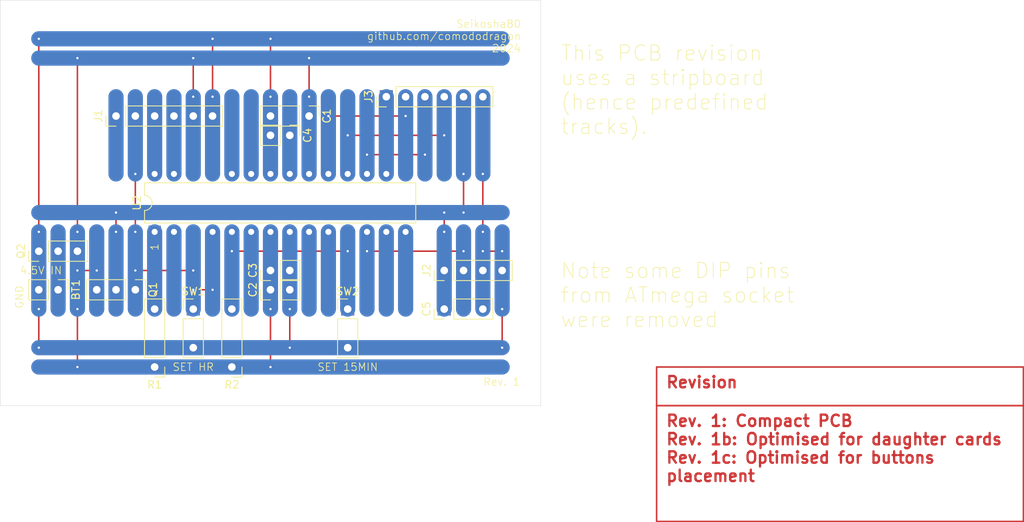
<source format=kicad_pcb>
(kicad_pcb (version 20240108) (generator "pcbnew") (generator_version "8.0")
  (title_block (title "Seikosha80 Westminster Chimer") (rev "1") (comment 1 "/kicadproj/output.pdf for discrete schematic") (comment 2 "https://github.com/comododragon/seikosha80/blob/main/schematics_layouts/rev1") (comment 3 "See"))
  (layers (0 "F.Cu" signal) (31 "B.Cu" signal) (34 "B.Paste" user) (35 "F.Paste" user) (36 "B.SilkS" user "B.Silkscreen") (37 "F.SilkS" user "F.Silkscreen") (38 "B.Mask" user) (39 "F.Mask" user) (44 "Edge.Cuts" user))
  (net 0 "")
  (net 1 "GND")
  (net 2 "/+BATT")
  (net 3 "Net-(U2-Pin_21)")
  (net 4 "VCC")
  (net 5 "/SDA")
  (net 6 "/SCL")
  (net 7 "/SLEEP")
  (net 8 "/VIN")
  (net 9 "/MOSI")
  (net 10 "/MISO")
  (net 11 "/SCK")
  (net 12 "/CS")
  (net 13 "Net-(U2-Pin_1)")
  (net 14 "unconnected-(U2-Pin_9-Pad9)")
  (net 15 "unconnected-(U2-Pin_24-Pad24)")
  (net 16 "unconnected-(U2-Pin_2-Pad2)")
  (net 17 "unconnected-(U2-Pin_13-Pad13)")
  (net 18 "unconnected-(U2-Pin_10-Pad10)")
  (net 19 "unconnected-(U2-Pin_23-Pad23)")
  (net 20 "unconnected-(U2-Pin_14-Pad14)")
  (net 21 "unconnected-(U2-Pin_6-Pad6)")
  (net 22 "Net-(BT1-Pin_1)")
  (net 23 "unconnected-(J1-Pin_1-Pad1)")
  (net 24 "Net-(U2-Pin_5)")
  (footprint "Connector_PinHeader_2.54mm:PinHeader_1x03_P2.54mm_Vertical" (layer "F.Cu") (at 147.32 91.44 -90)
    (property "Reference" "C1" (at 0 -2.33 90) (layer "F.SilkS"))
    (property "Value" "100n")
    (fp_line (start -1.33 6.41) (end 1.33 6.41) (stroke (width 0.12)) (layer "F.SilkS"))
    (fp_line (start -1.33 1.27) (end -1.33 6.41) (stroke (width 0.12)) (layer "F.SilkS"))
    (fp_line (start -1.33 1.27) (end 1.33 1.27) (stroke (width 0.12)) (layer "F.SilkS"))
    (fp_line (start 1.33 1.27) (end 1.33 6.41) (stroke (width 0.12)) (layer "F.SilkS"))
    (fp_line (start -1.33 0) (end -1.33 -1.33) (stroke (width 0.12)) (layer "F.SilkS"))
    (fp_line (start -1.33 -1.33) (end 0 -1.33) (stroke (width 0.12)) (layer "F.SilkS"))
    (pad "1" thru_hole rect (at 0 0 270) (size 1.7 1.7) (drill 1) (layers "*.Cu" "*.Mask") (net 2 "/+BATT"))
    (pad "3" thru_hole oval (at 0 5.08 270) (size 1.7 1.7) (drill 1) (layers "*.Cu" "*.Mask") (net 1 "GND"))
  )
  (footprint "Connector_PinHeader_2.54mm:PinHeader_1x02_P2.54mm_Vertical" (layer "F.Cu") (at 114.3 114.3 -90)
    (property "Reference" "BT1" (at 0 -2.33 90) (layer "F.SilkS"))
    (property "Value" "Battery_header")
    (fp_line (start -1.33 3.87) (end 1.33 3.87) (stroke (width 0.12)) (layer "F.SilkS"))
    (fp_line (start -1.33 1.27) (end -1.33 3.87) (stroke (width 0.12)) (layer "F.SilkS"))
    (fp_line (start -1.33 1.27) (end 1.33 1.27) (stroke (width 0.12)) (layer "F.SilkS"))
    (fp_line (start 1.33 1.27) (end 1.33 3.87) (stroke (width 0.12)) (layer "F.SilkS"))
    (fp_line (start -1.33 0) (end -1.33 -1.33) (stroke (width 0.12)) (layer "F.SilkS"))
    (fp_line (start -1.33 -1.33) (end 0 -1.33) (stroke (width 0.12)) (layer "F.SilkS"))
    (pad "1" thru_hole rect (at 0 0 270) (size 1.7 1.7) (drill 1) (layers "*.Cu" "*.Mask") (net 22 "Net-(BT1-Pin_1)"))
    (pad "2" thru_hole oval (at 0 2.54 270) (size 1.7 1.7) (drill 1) (layers "*.Cu" "*.Mask") (net 1 "GND"))
  )
  (footprint "Connector_PinHeader_2.54mm:PinHeader_1x04_P2.54mm_Vertical" (layer "F.Cu") (at 137.16 124.46 180)
    (property "Reference" "R2" (at 0 -2.33 180) (layer "F.SilkS"))
    (property "Value" "4K7")
    (fp_line (start 1.33 1.27) (end 1.33 8.95) (stroke (width 0.12)) (layer "F.SilkS"))
    (fp_line (start -1.33 8.95) (end 1.33 8.95) (stroke (width 0.12)) (layer "F.SilkS"))
    (fp_line (start -1.33 1.27) (end 1.33 1.27) (stroke (width 0.12)) (layer "F.SilkS"))
    (fp_line (start -1.33 1.27) (end -1.33 8.95) (stroke (width 0.12)) (layer "F.SilkS"))
    (fp_line (start -1.33 0) (end -1.33 -1.33) (stroke (width 0.12)) (layer "F.SilkS"))
    (fp_line (start -1.33 -1.33) (end 0 -1.33) (stroke (width 0.12)) (layer "F.SilkS"))
    (pad "1" thru_hole rect (at 0 0 180) (size 1.7 1.7) (drill 1) (layers "*.Cu" "*.Mask") (net 2 "/+BATT"))
    (pad "4" thru_hole oval (at 0 7.62 180) (size 1.7 1.7) (drill 1) (layers "*.Cu" "*.Mask") (net 24 "Net-(U2-Pin_5)"))
  )
  (footprint "Connector_PinHeader_2.54mm:PinHeader_1x04_P2.54mm_Vertical" (layer "F.Cu") (at 165.1 111.76 90)
    (property "Reference" "J2" (at 0 -2.33 -90) (layer "F.SilkS"))
    (property "Value" "LM386_board")
    (fp_line (start -1.33 -1.33) (end 0 -1.33) (stroke (width 0.12)) (layer "F.SilkS"))
    (fp_line (start -1.33 0) (end -1.33 -1.33) (stroke (width 0.12)) (layer "F.SilkS"))
    (fp_line (start 1.33 1.27) (end 1.33 8.95) (stroke (width 0.12)) (layer "F.SilkS"))
    (fp_line (start -1.33 1.27) (end 1.33 1.27) (stroke (width 0.12)) (layer "F.SilkS"))
    (fp_line (start -1.33 1.27) (end -1.33 8.95) (stroke (width 0.12)) (layer "F.SilkS"))
    (fp_line (start -1.33 8.95) (end 1.33 8.95) (stroke (width 0.12)) (layer "F.SilkS"))
    (pad "1" thru_hole rect (at 0 0 90) (size 1.7 1.7) (drill 1) (layers "*.Cu" "*.Mask") (net 4 "VCC"))
    (pad "2" thru_hole oval (at 0 2.54 90) (size 1.7 1.7) (drill 1) (layers "*.Cu" "*.Mask") (net 8 "/VIN"))
    (pad "3" thru_hole oval (at 0 5.08 90) (size 1.7 1.7) (drill 1) (layers "*.Cu" "*.Mask") (net 1 "GND"))
    (pad "4" thru_hole oval (at 0 7.62 90) (size 1.7 1.7) (drill 1) (layers "*.Cu" "*.Mask") (net 1 "GND"))
  )
  (footprint "Connector_PinHeader_2.54mm:PinHeader_1x03_P2.54mm_Vertical" (layer "F.Cu") (at 152.4 116.84)
    (property "Reference" "SW2" (at 0 -2.33 0) (layer "F.SilkS"))
    (property "Value" "SET 15MIN")
    (fp_line (start -1.33 -1.33) (end 0 -1.33) (stroke (width 0.12)) (layer "F.SilkS"))
    (fp_line (start -1.33 0) (end -1.33 -1.33) (stroke (width 0.12)) (layer "F.SilkS"))
    (fp_line (start -1.33 1.27) (end -1.33 6.41) (stroke (width 0.12)) (layer "F.SilkS"))
    (fp_line (start -1.33 1.27) (end 1.33 1.27) (stroke (width 0.12)) (layer "F.SilkS"))
    (fp_line (start -1.33 6.41) (end 1.33 6.41) (stroke (width 0.12)) (layer "F.SilkS"))
    (fp_line (start 1.33 1.27) (end 1.33 6.41) (stroke (width 0.12)) (layer "F.SilkS"))
    (pad "1" thru_hole rect (at 0 0) (size 1.7 1.7) (drill 1) (layers "*.Cu" "*.Mask") (net 24 "Net-(U2-Pin_5)"))
    (pad "3" thru_hole oval (at 0 5.08) (size 1.7 1.7) (drill 1) (layers "*.Cu" "*.Mask") (net 1 "GND"))
  )
  (footprint "Connector_PinHeader_2.54mm:PinHeader_1x02_P2.54mm_Vertical" (layer "F.Cu") (at 142.24 111.76 90)
    (property "Reference" "C3" (at 0 -2.33 -90) (layer "F.SilkS"))
    (property "Value" "100u")
    (fp_line (start -1.33 -1.33) (end 0 -1.33) (stroke (width 0.12)) (layer "F.SilkS"))
    (fp_line (start -1.33 0) (end -1.33 -1.33) (stroke (width 0.12)) (layer "F.SilkS"))
    (fp_line (start 1.33 1.27) (end 1.33 3.87) (stroke (width 0.12)) (layer "F.SilkS"))
    (fp_line (start -1.33 1.27) (end 1.33 1.27) (stroke (width 0.12)) (layer "F.SilkS"))
    (fp_line (start -1.33 1.27) (end -1.33 3.87) (stroke (width 0.12)) (layer "F.SilkS"))
    (fp_line (start -1.33 3.87) (end 1.33 3.87) (stroke (width 0.12)) (layer "F.SilkS"))
    (pad "1" thru_hole rect (at 0 0 90) (size 1.7 1.7) (drill 1) (layers "*.Cu" "*.Mask") (net 2 "/+BATT"))
    (pad "2" thru_hole oval (at 0 2.54 90) (size 1.7 1.7) (drill 1) (layers "*.Cu" "*.Mask") (net 1 "GND"))
  )
  (footprint "Connector_PinHeader_2.54mm:PinHeader_1x03_P2.54mm_Vertical" (layer "F.Cu") (at 111.76 109.22 90)
    (property "Reference" "Q2" (at 0 -2.33 -90) (layer "F.SilkS"))
    (property "Value" "Si2323DS_on_TO220")
    (fp_line (start -1.33 -1.33) (end 0 -1.33) (stroke (width 0.12)) (layer "F.SilkS"))
    (fp_line (start -1.33 0) (end -1.33 -1.33) (stroke (width 0.12)) (layer "F.SilkS"))
    (fp_line (start 1.33 1.27) (end 1.33 6.41) (stroke (width 0.12)) (layer "F.SilkS"))
    (fp_line (start -1.33 1.27) (end 1.33 1.27) (stroke (width 0.12)) (layer "F.SilkS"))
    (fp_line (start -1.33 1.27) (end -1.33 6.41) (stroke (width 0.12)) (layer "F.SilkS"))
    (fp_line (start -1.33 6.41) (end 1.33 6.41) (stroke (width 0.12)) (layer "F.SilkS"))
    (pad "1" thru_hole rect (at 0 0 90) (size 1.7 1.7) (drill 1) (layers "*.Cu" "*.Mask") (net 1 "GND"))
    (pad "2" thru_hole oval (at 0 5.08 90) (size 1.7 1.7) (drill 1) (layers "*.Cu" "*.Mask") (net 2 "/+BATT"))
    (pad "3" thru_hole oval (at 0 2.54 90) (size 1.7 1.7) (drill 1) (layers "*.Cu" "*.Mask") (net 22 "Net-(BT1-Pin_1)"))
  )
  (footprint "Connector_PinHeader_2.54mm:PinHeader_1x03_P2.54mm_Vertical" (layer "F.Cu") (at 132.08 116.84)
    (property "Reference" "SW1" (at 0 -2.33 0) (layer "F.SilkS"))
    (property "Value" "WAKE Switch")
    (fp_line (start -1.33 -1.33) (end 0 -1.33) (stroke (width 0.12)) (layer "F.SilkS"))
    (fp_line (start -1.33 0) (end -1.33 -1.33) (stroke (width 0.12)) (layer "F.SilkS"))
    (fp_line (start -1.33 1.27) (end -1.33 6.41) (stroke (width 0.12)) (layer "F.SilkS"))
    (fp_line (start -1.33 1.27) (end 1.33 1.27) (stroke (width 0.12)) (layer "F.SilkS"))
    (fp_line (start -1.33 6.41) (end 1.33 6.41) (stroke (width 0.12)) (layer "F.SilkS"))
    (fp_line (start 1.33 1.27) (end 1.33 6.41) (stroke (width 0.12)) (layer "F.SilkS"))
    (pad "1" thru_hole rect (at 0 0) (size 1.7 1.7) (drill 1) (layers "*.Cu" "*.Mask") (net 7 "/SLEEP"))
    (pad "3" thru_hole oval (at 0 5.08) (size 1.7 1.7) (drill 1) (layers "*.Cu" "*.Mask") (net 1 "GND"))
  )
  (footprint "Connector_PinHeader_2.54mm:PinHeader_1x03_P2.54mm_Vertical" (layer "F.Cu") (at 165.1 116.84 90)
    (property "Reference" "C5" (at 0 -2.33 -90) (layer "F.SilkS"))
    (property "Value" "100u")
    (fp_line (start -1.33 -1.33) (end 0 -1.33) (stroke (width 0.12)) (layer "F.SilkS"))
    (fp_line (start -1.33 0) (end -1.33 -1.33) (stroke (width 0.12)) (layer "F.SilkS"))
    (fp_line (start 1.33 1.27) (end 1.33 6.41) (stroke (width 0.12)) (layer "F.SilkS"))
    (fp_line (start -1.33 1.27) (end 1.33 1.27) (stroke (width 0.12)) (layer "F.SilkS"))
    (fp_line (start -1.33 1.27) (end -1.33 6.41) (stroke (width 0.12)) (layer "F.SilkS"))
    (fp_line (start -1.33 6.41) (end 1.33 6.41) (stroke (width 0.12)) (layer "F.SilkS"))
    (pad "1" thru_hole rect (at 0 0 90) (size 1.7 1.7) (drill 1) (layers "*.Cu" "*.Mask") (net 4 "VCC"))
    (pad "3" thru_hole oval (at 0 5.08 90) (size 1.7 1.7) (drill 1) (layers "*.Cu" "*.Mask") (net 1 "GND"))
  )
  (footprint "Package_DIP:DIP-28_W7.62mm" (layer "F.Cu") (at 127 106.68 90)
    (property "Reference" "U2" (at 3.81 -2.33 -90) (layer "F.SilkS"))
    (property "Value" "ATmega328P-PU")
    (fp_line (start 6.46 -1.33) (end 4.81 -1.33) (stroke (width 0.12)) (layer "F.SilkS"))
    (fp_line (start 2.81 -1.33) (end 1.16 -1.33) (stroke (width 0.12)) (layer "F.SilkS"))
    (fp_line (start 1.16 -1.33) (end 1.16 34.35) (stroke (width 0.12)) (layer "F.SilkS"))
    (fp_line (start 6.46 34.35) (end 6.46 -1.33) (stroke (width 0.12)) (layer "F.SilkS"))
    (fp_line (start 1.16 34.35) (end 6.46 34.35) (stroke (width 0.12)) (layer "F.SilkS"))
    (fp_arc (start 4.81 -1.33) (mid 3.81 -0.33) (end 2.81 -1.33) (stroke (width 0.12)) (layer "F.SilkS"))
    (pad "1" thru_hole rect (at 0 0 90) (size 1.6 1.6) (drill 0.8) (layers "*.Cu" "*.Mask") (net 13 "Net-(U2-Pin_1)"))
    (pad "2" thru_hole oval (at 0 2.54 90) (size 1.6 1.6) (drill 0.8) (layers "*.Cu" "*.Mask") (net 16 "unconnected-(U2-Pin_2-Pad2)"))
    (pad "4" thru_hole oval (at 0 7.62 90) (size 1.6 1.6) (drill 0.8) (layers "*.Cu" "*.Mask") (net 7 "/SLEEP"))
    (pad "5" thru_hole oval (at 0 10.16 90) (size 1.6 1.6) (drill 0.8) (layers "*.Cu" "*.Mask") (net 24 "Net-(U2-Pin_5)"))
    (pad "6" thru_hole oval (at 0 12.7 90) (size 1.6 1.6) (drill 0.8) (layers "*.Cu" "*.Mask") (net 21 "unconnected-(U2-Pin_6-Pad6)"))
    (pad "7" thru_hole oval (at 0 15.24 90) (size 1.6 1.6) (drill 0.8) (layers "*.Cu" "*.Mask") (net 2 "/+BATT"))
    (pad "8" thru_hole oval (at 0 17.78 90) (size 1.6 1.6) (drill 0.8) (layers "*.Cu" "*.Mask") (net 1 "GND"))
    (pad "9" thru_hole oval (at 0 20.32 90) (size 1.6 1.6) (drill 0.8) (layers "*.Cu" "*.Mask") (net 14 "unconnected-(U2-Pin_9-Pad9)"))
    (pad "10" thru_hole oval (at 0 22.86 90) (size 1.6 1.6) (drill 0.8) (layers "*.Cu" "*.Mask") (net 18 "unconnected-(U2-Pin_10-Pad10)"))
    (pad "12" thru_hole oval (at 0 27.94 90) (size 1.6 1.6) (drill 0.8) (layers "*.Cu" "*.Mask") (net 8 "/VIN"))
    (pad "13" thru_hole oval (at 0 30.48 90) (size 1.6 1.6) (drill 0.8) (layers "*.Cu" "*.Mask") (net 17 "unconnected-(U2-Pin_13-Pad13)"))
    (pad "14" thru_hole oval (at 0 33.02 90) (size 1.6 1.6) (drill 0.8) (layers "*.Cu" "*.Mask") (net 20 "unconnected-(U2-Pin_14-Pad14)"))
    (pad "16" thru_hole oval (at 7.62 30.48 90) (size 1.6 1.6) (drill 0.8) (layers "*.Cu" "*.Mask") (net 12 "/CS"))
    (pad "17" thru_hole oval (at 7.62 27.94 90) (size 1.6 1.6) (drill 0.8) (layers "*.Cu" "*.Mask") (net 9 "/MOSI"))
    (pad "18" thru_hole oval (at 7.62 25.4 90) (size 1.6 1.6) (drill 0.8) (layers "*.Cu" "*.Mask") (net 10 "/MISO"))
    (pad "19" thru_hole oval (at 7.62 22.86 90) (size 1.6 1.6) (drill 0.8) (layers "*.Cu" "*.Mask") (net 11 "/SCK"))
    (pad "20" thru_hole oval (at 7.62 20.32 90) (size 1.6 1.6) (drill 0.8) (layers "*.Cu" "*.Mask") (net 2 "/+BATT"))
    (pad "21" thru_hole oval (at 7.62 17.78 90) (size 1.6 1.6) (drill 0.8) (layers "*.Cu" "*.Mask") (net 3 "Net-(U2-Pin_21)"))
    (pad "22" thru_hole oval (at 7.62 15.24 90) (size 1.6 1.6) (drill 0.8) (layers "*.Cu" "*.Mask") (net 1 "GND"))
    (pad "23" thru_hole oval (at 7.62 12.7 90) (size 1.6 1.6) (drill 0.8) (layers "*.Cu" "*.Mask") (net 19 "unconnected-(U2-Pin_23-Pad23)"))
    (pad "24" thru_hole oval (at 7.62 10.16 90) (size 1.6 1.6) (drill 0.8) (layers "*.Cu" "*.Mask") (net 15 "unconnected-(U2-Pin_24-Pad24)"))
    (pad "27" thru_hole oval (at 7.62 2.54 90) (size 1.6 1.6) (drill 0.8) (layers "*.Cu" "*.Mask") (net 5 "/SDA"))
    (pad "28" thru_hole oval (at 7.62 0 90) (size 1.6 1.6) (drill 0.8) (layers "*.Cu" "*.Mask") (net 6 "/SCL"))
  )
  (footprint "Connector_PinHeader_2.54mm:PinHeader_1x04_P2.54mm_Vertical" (layer "F.Cu") (at 127 124.46 180)
    (property "Reference" "R1" (at 0 -2.33 180) (layer "F.SilkS"))
    (property "Value" "1K")
    (fp_line (start 1.33 1.27) (end 1.33 8.95) (stroke (width 0.12)) (layer "F.SilkS"))
    (fp_line (start -1.33 8.95) (end 1.33 8.95) (stroke (width 0.12)) (layer "F.SilkS"))
    (fp_line (start -1.33 1.27) (end 1.33 1.27) (stroke (width 0.12)) (layer "F.SilkS"))
    (fp_line (start -1.33 1.27) (end -1.33 8.95) (stroke (width 0.12)) (layer "F.SilkS"))
    (fp_line (start -1.33 0) (end -1.33 -1.33) (stroke (width 0.12)) (layer "F.SilkS"))
    (fp_line (start -1.33 -1.33) (end 0 -1.33) (stroke (width 0.12)) (layer "F.SilkS"))
    (pad "1" thru_hole rect (at 0 0 180) (size 1.7 1.7) (drill 1) (layers "*.Cu" "*.Mask") (net 2 "/+BATT"))
    (pad "4" thru_hole oval (at 0 7.62 180) (size 1.7 1.7) (drill 1) (layers "*.Cu" "*.Mask") (net 13 "Net-(U2-Pin_1)"))
  )
  (footprint "Connector_PinHeader_2.54mm:PinHeader_1x02_P2.54mm_Vertical" (layer "F.Cu") (at 142.24 114.3 90)
    (property "Reference" "C2" (at 0 -2.33 90) (layer "F.SilkS"))
    (property "Value" "100n")
    (fp_line (start -1.33 -1.33) (end 0 -1.33) (stroke (width 0.12)) (layer "F.SilkS"))
    (fp_line (start -1.33 0) (end -1.33 -1.33) (stroke (width 0.12)) (layer "F.SilkS"))
    (fp_line (start 1.33 1.27) (end 1.33 3.87) (stroke (width 0.12)) (layer "F.SilkS"))
    (fp_line (start -1.33 1.27) (end 1.33 1.27) (stroke (width 0.12)) (layer "F.SilkS"))
    (fp_line (start -1.33 1.27) (end -1.33 3.87) (stroke (width 0.12)) (layer "F.SilkS"))
    (fp_line (start -1.33 3.87) (end 1.33 3.87) (stroke (width 0.12)) (layer "F.SilkS"))
    (pad "1" thru_hole rect (at 0 0 90) (size 1.7 1.7) (drill 1) (layers "*.Cu" "*.Mask") (net 2 "/+BATT"))
    (pad "2" thru_hole oval (at 0 2.54 90) (size 1.7 1.7) (drill 1) (layers "*.Cu" "*.Mask") (net 1 "GND"))
  )
  (footprint "Connector_PinHeader_2.54mm:PinHeader_1x03_P2.54mm_Vertical" (layer "F.Cu") (at 124.46 114.3 -90)
    (property "Reference" "Q1" (at 0 -2.33 90) (layer "F.SilkS"))
    (property "Value" "Si2323DS_on_TO220")
    (fp_line (start -1.33 6.41) (end 1.33 6.41) (stroke (width 0.12)) (layer "F.SilkS"))
    (fp_line (start -1.33 1.27) (end -1.33 6.41) (stroke (width 0.12)) (layer "F.SilkS"))
    (fp_line (start -1.33 1.27) (end 1.33 1.27) (stroke (width 0.12)) (layer "F.SilkS"))
    (fp_line (start 1.33 1.27) (end 1.33 6.41) (stroke (width 0.12)) (layer "F.SilkS"))
    (fp_line (start -1.33 0) (end -1.33 -1.33) (stroke (width 0.12)) (layer "F.SilkS"))
    (fp_line (start -1.33 -1.33) (end 0 -1.33) (stroke (width 0.12)) (layer "F.SilkS"))
    (pad "1" thru_hole rect (at 0 0 270) (size 1.7 1.7) (drill 1) (layers "*.Cu" "*.Mask") (net 7 "/SLEEP"))
    (pad "2" thru_hole oval (at 0 5.08 270) (size 1.7 1.7) (drill 1) (layers "*.Cu" "*.Mask") (net 2 "/+BATT"))
    (pad "3" thru_hole oval (at 0 2.54 270) (size 1.7 1.7) (drill 1) (layers "*.Cu" "*.Mask") (net 4 "VCC"))
  )
  (footprint "Connector_PinHeader_2.54mm:PinHeader_1x06_P2.54mm_Vertical" (layer "F.Cu") (at 157.48 88.9 90)
    (property "Reference" "J3" (at 0 -2.33 -90) (layer "F.SilkS"))
    (property "Value" "microSD_board")
    (fp_line (start -1.33 -1.33) (end 0 -1.33) (stroke (width 0.12)) (layer "F.SilkS"))
    (fp_line (start -1.33 0) (end -1.33 -1.33) (stroke (width 0.12)) (layer "F.SilkS"))
    (fp_line (start 1.33 1.27) (end 1.33 14.03) (stroke (width 0.12)) (layer "F.SilkS"))
    (fp_line (start -1.33 1.27) (end 1.33 1.27) (stroke (width 0.12)) (layer "F.SilkS"))
    (fp_line (start -1.33 1.27) (end -1.33 14.03) (stroke (width 0.12)) (layer "F.SilkS"))
    (fp_line (start -1.33 14.03) (end 1.33 14.03) (stroke (width 0.12)) (layer "F.SilkS"))
    (pad "1" thru_hole rect (at 0 0 90) (size 1.7 1.7) (drill 1) (layers "*.Cu" "*.Mask") (net 12 "/CS"))
    (pad "2" thru_hole oval (at 0 2.54 90) (size 1.7 1.7) (drill 1) (layers "*.Cu" "*.Mask") (net 11 "/SCK"))
    (pad "3" thru_hole oval (at 0 5.08 90) (size 1.7 1.7) (drill 1) (layers "*.Cu" "*.Mask") (net 9 "/MOSI"))
    (pad "4" thru_hole oval (at 0 7.62 90) (size 1.7 1.7) (drill 1) (layers "*.Cu" "*.Mask") (net 10 "/MISO"))
    (pad "5" thru_hole oval (at 0 10.16 90) (size 1.7 1.7) (drill 1) (layers "*.Cu" "*.Mask") (net 4 "VCC"))
    (pad "6" thru_hole oval (at 0 12.7 90) (size 1.7 1.7) (drill 1) (layers "*.Cu" "*.Mask") (net 1 "GND"))
  )
  (footprint "Connector_PinHeader_2.54mm:PinHeader_1x06_P2.54mm_Vertical" (layer "F.Cu") (at 121.92 91.44 90)
    (property "Reference" "J1" (at 0 -2.33 -90) (layer "F.SilkS"))
    (property "Value" "DS3231_board")
    (fp_line (start -1.33 -1.33) (end 0 -1.33) (stroke (width 0.12)) (layer "F.SilkS"))
    (fp_line (start -1.33 0) (end -1.33 -1.33) (stroke (width 0.12)) (layer "F.SilkS"))
    (fp_line (start 1.33 1.27) (end 1.33 14.03) (stroke (width 0.12)) (layer "F.SilkS"))
    (fp_line (start -1.33 1.27) (end 1.33 1.27) (stroke (width 0.12)) (layer "F.SilkS"))
    (fp_line (start -1.33 1.27) (end -1.33 14.03) (stroke (width 0.12)) (layer "F.SilkS"))
    (fp_line (start -1.33 14.03) (end 1.33 14.03) (stroke (width 0.12)) (layer "F.SilkS"))
    (pad "1" thru_hole rect (at 0 0 90) (size 1.7 1.7) (drill 1) (layers "*.Cu" "*.Mask") (net 23 "unconnected-(J1-Pin_1-Pad1)"))
    (pad "2" thru_hole oval (at 0 2.54 90) (size 1.7 1.7) (drill 1) (layers "*.Cu" "*.Mask") (net 7 "/SLEEP"))
    (pad "3" thru_hole oval (at 0 5.08 90) (size 1.7 1.7) (drill 1) (layers "*.Cu" "*.Mask") (net 6 "/SCL"))
    (pad "4" thru_hole oval (at 0 7.62 90) (size 1.7 1.7) (drill 1) (layers "*.Cu" "*.Mask") (net 5 "/SDA"))
    (pad "5" thru_hole oval (at 0 10.16 90) (size 1.7 1.7) (drill 1) (layers "*.Cu" "*.Mask") (net 2 "/+BATT"))
    (pad "6" thru_hole oval (at 0 12.7 90) (size 1.7 1.7) (drill 1) (layers "*.Cu" "*.Mask") (net 1 "GND"))
  )
  (footprint "Connector_PinHeader_2.54mm:PinHeader_1x02_P2.54mm_Vertical" (layer "F.Cu") (at 144.78 93.98 -90)
    (property "Reference" "C4" (at 0 -2.33 90) (layer "F.SilkS"))
    (property "Value" "100n")
    (fp_line (start -1.33 3.87) (end 1.33 3.87) (stroke (width 0.12)) (layer "F.SilkS"))
    (fp_line (start -1.33 1.27) (end -1.33 3.87) (stroke (width 0.12)) (layer "F.SilkS"))
    (fp_line (start -1.33 1.27) (end 1.33 1.27) (stroke (width 0.12)) (layer "F.SilkS"))
    (fp_line (start 1.33 1.27) (end 1.33 3.87) (stroke (width 0.12)) (layer "F.SilkS"))
    (fp_line (start -1.33 0) (end -1.33 -1.33) (stroke (width 0.12)) (layer "F.SilkS"))
    (fp_line (start -1.33 -1.33) (end 0 -1.33) (stroke (width 0.12)) (layer "F.SilkS"))
    (pad "1" thru_hole rect (at 0 0 270) (size 1.7 1.7) (drill 1) (layers "*.Cu" "*.Mask") (net 3 "Net-(U2-Pin_21)"))
    (pad "2" thru_hole oval (at 0 2.54 270) (size 1.7 1.7) (drill 1) (layers "*.Cu" "*.Mask") (net 1 "GND"))
  )
  (gr_line (start 170.18 106.68) (end 170.18 99.06) (stroke (width 0.2)) (layer "F.Cu") (net 1))
  (gr_line (start 154.94 109.22) (end 167.64 109.22) (stroke (width 0.2)) (layer "F.Cu") (net 8))
  (gr_line (start 167.64 104.14) (end 167.64 99.06) (stroke (width 0.2)) (layer "F.Cu") (net 4))
  (gr_line (start 172.72 121.92) (end 172.72 116.84) (stroke (width 0.2)) (layer "F.Cu") (net 1))
  (gr_line (start 172.72 109.22) (end 170.18 109.22) (stroke (width 0.2)) (layer "F.Cu") (net 1))
  (gr_line (start 165.1 104.14) (end 165.1 106.68) (stroke (width 0.2)) (layer "F.Cu") (net 4))
  (gr_line (start 137.16 109.22) (end 152.4 109.22) (stroke (width 0.2)) (layer "F.Cu") (net 24))
  (gr_rect (start 106.68 76.2) (end 177.8 129.54) (stroke (width 0.05)) (fill none) (layer "Edge.Cuts"))
  (gr_text "4.5V IN" (at 109.22 111.76 0) (layer "F.SilkS") (effects (font (size 1 1) (thickness 0.1)) (justify left)))
  (gr_text "This PCB revision\nuses a stripboard\n(hence predefined\ntracks)." (at 180.34 93.98 0) (layer "F.SilkS") (effects (font (size 2 2) (thickness 0.1)) (justify left bottom)))
  (gr_text "1" (at 127 109.22 90) (layer "F.SilkS") (effects (font (size 1 1) (thickness 0.1)) (justify left)))
  (gr_text "Note some DIP pins\nfrom ATmega socket\nwere removed" (at 180.34 119.38 0) (layer "F.SilkS") (effects (font (size 2 2) (thickness 0.1)) (justify left bottom)))
  (gr_text "GND" (at 109.22 116.84 90) (layer "F.SilkS") (effects (font (size 1 1) (thickness 0.1)) (justify left)))
  (gr_text "Seikosha80\ngithub.com/comododragon\n2024" (at 175.26 78.74 0) (layer "F.SilkS") (effects (font (size 1 1) (thickness 0.1)) (justify right top)))
  (gr_text "SET HR" (at 132.08 124.46 0) (layer "F.SilkS") (effects (font (size 1 1) (thickness 0.1))))
  (gr_text "Rev. 1" (at 170.18 127 0) (layer "F.SilkS") (effects (font (size 1 1) (thickness 0.1)) (justify left bottom)))
  (gr_text "SET 15MIN" (at 152.4 124.46 0) (layer "F.SilkS") (effects (font (size 1 1) (thickness 0.1))))
  (gr_text_box "Revision" (start 193.04 124.46) (end 241.3 129.54) (layer "F.Cu") (effects (font (size 1.5 1.5) (thickness 0.3) (bold yes)) (justify left top)) (border yes) (stroke (width 0.2)))
  (gr_text_box "Rev. 1: Compact PCB\nRev. 1b: Optimised for daughter cards\nRev. 1c: Optimised for buttons placement" (start 193.04 129.54) (end 241.3 144.78) (layer "F.Cu") (effects (font (size 1.5 1.5) (thickness 0.3) (bold yes)) (justify left top)) (border yes) (stroke (width 0.2)))
  (segment (start 142.24 81.28) (end 142.24 88.9) (width 0.2) (layer "F.Cu") (net 1))
  (segment (start 111.76 116.84) (end 111.76 121.92) (width 0.2) (layer "F.Cu") (net 1))
  (segment (start 111.76 81.28) (end 111.76 106.68) (width 0.2) (layer "F.Cu") (net 1))
  (segment (start 144.78 116.84) (end 144.78 121.92) (width 0.2) (layer "F.Cu") (net 1))
  (segment (start 134.62 81.28) (end 134.62 88.9) (width 0.2) (layer "F.Cu") (net 1))
  (via (at 142.24 81.28) (size 0.6) (drill 0.3) (layers "F.Cu" "B.Cu") (net 1))
  (via (at 172.72 116.84) (size 0.6) (drill 0.3) (layers "F.Cu" "B.Cu") (net 1))
  (via (at 111.76 121.92) (size 0.6) (drill 0.3) (layers "F.Cu" "B.Cu") (net 1))
  (via (at 170.18 109.22) (size 0.6) (drill 0.3) (layers "F.Cu" "B.Cu") (net 1))
  (via (at 111.76 81.28) (size 0.6) (drill 0.3) (layers "F.Cu" "B.Cu") (net 1))
  (via (at 144.78 121.92) (size 0.6) (drill 0.3) (layers "F.Cu" "B.Cu") (net 1))
  (via (at 134.62 88.9) (size 0.6) (drill 0.3) (layers "F.Cu" "B.Cu") (net 1))
  (via (at 172.72 109.22) (size 0.6) (drill 0.3) (layers "F.Cu" "B.Cu") (net 1))
  (via (at 142.24 88.9) (size 0.6) (drill 0.3) (layers "F.Cu" "B.Cu") (net 1))
  (via (at 111.76 106.68) (size 0.6) (drill 0.3) (layers "F.Cu" "B.Cu") (net 1))
  (via (at 170.18 99.06) (size 0.6) (drill 0.3) (layers "F.Cu" "B.Cu") (net 1))
  (via (at 134.62 81.28) (size 0.6) (drill 0.3) (layers "F.Cu" "B.Cu") (net 1))
  (via (at 111.76 116.84) (size 0.6) (drill 0.3) (layers "F.Cu" "B.Cu") (net 1))
  (via (at 170.18 106.68) (size 0.6) (drill 0.3) (layers "F.Cu" "B.Cu") (net 1))
  (via (at 172.72 121.92) (size 0.6) (drill 0.3) (layers "F.Cu" "B.Cu") (net 1))
  (via (at 144.78 116.84) (size 0.6) (drill 0.3) (layers "F.Cu" "B.Cu") (net 1))
  (segment (start 170.18 116.84) (end 170.18 106.68) (width 2) (layer "B.Cu") (net 1))
  (segment (start 172.72 116.84) (end 172.72 106.68) (width 2) (layer "B.Cu") (net 1))
  (segment (start 111.76 81.28) (end 172.72 81.28) (width 2) (layer "B.Cu") (net 1))
  (segment (start 142.24 99.06) (end 142.24 88.9) (width 2) (layer "B.Cu") (net 1))
  (segment (start 111.76 106.68) (end 111.76 116.84) (width 2) (layer "B.Cu") (net 1))
  (segment (start 144.78 106.68) (end 144.78 116.84) (width 2) (layer "B.Cu") (net 1))
  (segment (start 170.18 88.9) (end 170.18 99.06) (width 2) (layer "B.Cu") (net 1))
  (segment (start 134.62 99.06) (end 134.62 88.9) (width 2) (layer "B.Cu") (net 1))
  (segment (start 111.76 121.92) (end 172.72 121.92) (width 2) (layer "B.Cu") (net 1))
  (segment (start 116.84 111.76) (end 119.38 111.76) (width 0.2) (layer "F.Cu") (net 2))
  (segment (start 132.08 83.82) (end 132.08 88.9) (width 0.2) (layer "F.Cu") (net 2))
  (segment (start 147.32 83.82) (end 147.32 88.9) (width 0.2) (layer "F.Cu") (net 2))
  (segment (start 116.84 116.84) (end 116.84 124.46) (width 0.2) (layer "F.Cu") (net 2))
  (segment (start 116.84 106.68) (end 116.84 83.82) (width 0.2) (layer "F.Cu") (net 2))
  (segment (start 142.24 116.84) (end 142.24 124.46) (width 0.2) (layer "F.Cu") (net 2))
  (via (at 116.84 116.84) (size 0.6) (drill 0.3) (layers "F.Cu" "B.Cu") (net 2))
  (via (at 147.32 88.9) (size 0.6) (drill 0.3) (layers "F.Cu" "B.Cu") (net 2))
  (via (at 147.32 83.82) (size 0.6) (drill 0.3) (layers "F.Cu" "B.Cu") (net 2))
  (via (at 116.84 124.46) (size 0.6) (drill 0.3) (layers "F.Cu" "B.Cu") (net 2))
  (via (at 119.38 111.76) (size 0.6) (drill 0.3) (layers "F.Cu" "B.Cu") (net 2))
  (via (at 116.84 83.82) (size 0.6) (drill 0.3) (layers "F.Cu" "B.Cu") (net 2))
  (via (at 116.84 106.68) (size 0.6) (drill 0.3) (layers "F.Cu" "B.Cu") (net 2))
  (via (at 132.08 88.9) (size 0.6) (drill 0.3) (layers "F.Cu" "B.Cu") (net 2))
  (via (at 132.08 83.82) (size 0.6) (drill 0.3) (layers "F.Cu" "B.Cu") (net 2))
  (via (at 142.24 116.84) (size 0.6) (drill 0.3) (layers "F.Cu" "B.Cu") (net 2))
  (via (at 142.24 124.46) (size 0.6) (drill 0.3) (layers "F.Cu" "B.Cu") (net 2))
  (via (at 116.84 111.76) (size 0.6) (drill 0.3) (layers "F.Cu" "B.Cu") (net 2))
  (segment (start 132.08 99.06) (end 132.08 88.9) (width 2) (layer "B.Cu") (net 2))
  (segment (start 119.38 116.84) (end 119.38 106.68) (width 2) (layer "B.Cu") (net 2))
  (segment (start 147.32 99.06) (end 147.32 88.9) (width 2) (layer "B.Cu") (net 2))
  (segment (start 111.76 124.46) (end 172.72 124.46) (width 2) (layer "B.Cu") (net 2))
  (segment (start 142.24 106.68) (end 142.24 116.84) (width 2) (layer "B.Cu") (net 2))
  (segment (start 116.84 116.84) (end 116.84 106.68) (width 2) (layer "B.Cu") (net 2))
  (segment (start 172.72 83.82) (end 111.76 83.82) (width 2) (layer "B.Cu") (net 2))
  (segment (start 144.78 99.06) (end 144.78 88.9) (width 2) (layer "B.Cu") (net 3))
  (segment (start 121.92 104.14) (end 121.92 106.68) (width 0.2) (layer "F.Cu") (net 4))
  (via (at 121.92 106.68) (size 0.6) (drill 0.3) (layers "F.Cu" "B.Cu") (net 4))
  (via (at 167.64 99.06) (size 0.6) (drill 0.3) (layers "F.Cu" "B.Cu") (net 4))
  (via (at 165.1 104.14) (size 0.6) (drill 0.3) (layers "F.Cu" "B.Cu") (net 4))
  (via (at 165.1 106.68) (size 0.6) (drill 0.3) (layers "F.Cu" "B.Cu") (net 4))
  (via (at 167.64 104.14) (size 0.6) (drill 0.3) (layers "F.Cu" "B.Cu") (net 4))
  (via (at 121.92 104.14) (size 0.6) (drill 0.3) (layers "F.Cu" "B.Cu") (net 4))
  (segment (start 121.92 116.84) (end 121.92 106.68) (width 2) (layer "B.Cu") (net 4))
  (segment (start 165.1 116.84) (end 165.1 106.68) (width 2) (layer "B.Cu") (net 4))
  (segment (start 111.76 104.14) (end 172.72 104.14) (width 2) (layer "B.Cu") (net 4))
  (segment (start 167.64 99.06) (end 167.64 88.9) (width 2) (layer "B.Cu") (net 4))
  (segment (start 129.54 99.06) (end 129.54 88.9) (width 2) (layer "B.Cu") (net 5))
  (segment (start 127 99.06) (end 127 88.9) (width 2) (layer "B.Cu") (net 6))
  (segment (start 132.08 114.3) (end 134.62 114.3) (width 0.2) (layer "F.Cu") (net 7))
  (segment (start 124.46 111.76) (end 132.08 111.76) (width 0.2) (layer "F.Cu") (net 7))
  (segment (start 124.46 99.06) (end 124.46 106.68) (width 0.2) (layer "F.Cu") (net 7))
  (via (at 124.46 99.06) (size 0.6) (drill 0.3) (layers "F.Cu" "B.Cu") (net 7))
  (via (at 132.08 114.3) (size 0.6) (drill 0.3) (layers "F.Cu" "B.Cu") (net 7))
  (via (at 124.46 106.68) (size 0.6) (drill 0.3) (layers "F.Cu" "B.Cu") (net 7))
  (via (at 134.62 114.3) (size 0.6) (drill 0.3) (layers "F.Cu" "B.Cu") (net 7))
  (via (at 132.08 111.76) (size 0.6) (drill 0.3) (layers "F.Cu" "B.Cu") (net 7))
  (via (at 124.46 111.76) (size 0.6) (drill 0.3) (layers "F.Cu" "B.Cu") (net 7))
  (segment (start 134.62 116.84) (end 134.62 106.68) (width 2) (layer "B.Cu") (net 7))
  (segment (start 124.46 116.84) (end 124.46 106.68) (width 2) (layer "B.Cu") (net 7))
  (segment (start 132.08 116.84) (end 132.08 106.68) (width 2) (layer "B.Cu") (net 7))
  (segment (start 124.46 99.06) (end 124.46 88.9) (width 2) (layer "B.Cu") (net 7))
  (via (at 167.64 109.22) (size 0.6) (drill 0.3) (layers "F.Cu" "B.Cu") (net 8))
  (via (at 154.94 109.22) (size 0.6) (drill 0.3) (layers "F.Cu" "B.Cu") (net 8))
  (segment (start 154.94 106.68) (end 154.94 116.84) (width 2) (layer "B.Cu") (net 8))
  (segment (start 167.64 116.84) (end 167.64 106.68) (width 2) (layer "B.Cu") (net 8))
  (segment (start 154.94 96.52) (end 162.56 96.52) (width 0.2) (layer "F.Cu") (net 9))
  (via (at 162.56 96.52) (size 0.6) (drill 0.3) (layers "F.Cu" "B.Cu") (net 9))
  (via (at 154.94 96.52) (size 0.6) (drill 0.3) (layers "F.Cu" "B.Cu") (net 9))
  (segment (start 162.56 99.06) (end 162.56 88.9) (width 2) (layer "B.Cu") (net 9))
  (segment (start 154.94 99.06) (end 154.94 88.9) (width 2) (layer "B.Cu") (net 9))
  (segment (start 152.4 93.98) (end 165.1 93.98) (width 0.2) (layer "F.Cu") (net 10))
  (via (at 152.4 93.98) (size 0.6) (drill 0.3) (layers "F.Cu" "B.Cu") (net 10))
  (via (at 165.1 93.98) (size 0.6) (drill 0.3) (layers "F.Cu" "B.Cu") (net 10))
  (segment (start 152.4 99.06) (end 152.4 88.9) (width 2) (layer "B.Cu") (net 10))
  (segment (start 165.1 99.06) (end 165.1 88.9) (width 2) (layer "B.Cu") (net 10))
  (segment (start 149.86 91.44) (end 160.02 91.44) (width 0.2) (layer "F.Cu") (net 11))
  (via (at 160.02 91.44) (size 0.6) (drill 0.3) (layers "F.Cu" "B.Cu") (net 11))
  (via (at 149.86 91.44) (size 0.6) (drill 0.3) (layers "F.Cu" "B.Cu") (net 11))
  (segment (start 149.86 99.06) (end 149.86 88.9) (width 2) (layer "B.Cu") (net 11))
  (segment (start 160.02 99.06) (end 160.02 88.9) (width 2) (layer "B.Cu") (net 11))
  (segment (start 157.48 99.06) (end 157.48 88.9) (width 2) (layer "B.Cu") (net 12))
  (segment (start 127 116.84) (end 127 106.68) (width 2) (layer "B.Cu") (net 13))
  (segment (start 147.32 106.68) (end 147.32 116.84) (width 2) (layer "B.Cu") (net 14))
  (segment (start 137.16 99.06) (end 137.16 88.9) (width 2) (layer "B.Cu") (net 15))
  (segment (start 129.54 106.68) (end 129.54 116.84) (width 2) (layer "B.Cu") (net 16))
  (segment (start 157.48 106.68) (end 157.48 116.84) (width 2) (layer "B.Cu") (net 17))
  (segment (start 149.86 116.84) (end 149.86 106.68) (width 2) (layer "B.Cu") (net 18))
  (segment (start 139.7 99.06) (end 139.7 88.9) (width 2) (layer "B.Cu") (net 19))
  (segment (start 160.02 106.68) (end 160.02 116.84) (width 2) (layer "B.Cu") (net 20))
  (segment (start 139.7 116.84) (end 139.7 106.68) (width 2) (layer "B.Cu") (net 21))
  (segment (start 114.3 106.68) (end 114.3 116.84) (width 2) (layer "B.Cu") (net 22))
  (segment (start 121.92 99.06) (end 121.92 88.9) (width 2) (layer "B.Cu") (net 23))
  (via (at 152.4 109.22) (size 0.6) (drill 0.3) (layers "F.Cu" "B.Cu") (net 24))
  (via (at 137.16 109.22) (size 0.6) (drill 0.3) (layers "F.Cu" "B.Cu") (net 24))
  (segment (start 137.16 116.84) (end 137.16 106.68) (width 2) (layer "B.Cu") (net 24))
  (segment (start 152.4 116.84) (end 152.4 106.68) (width 2) (layer "B.Cu") (net 24))
)
</source>
